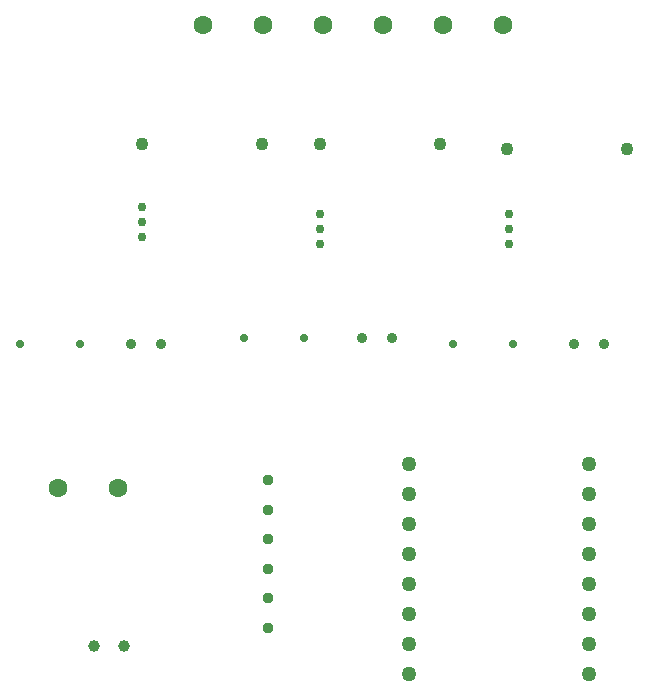
<source format=gbr>
%TF.GenerationSoftware,KiCad,Pcbnew,9.0.1-9.0.1-0~ubuntu24.04.1*%
%TF.CreationDate,2025-04-02T18:22:30+02:00*%
%TF.ProjectId,starter,73746172-7465-4722-9e6b-696361645f70,rev?*%
%TF.SameCoordinates,Original*%
%TF.FileFunction,Plated,1,2,PTH,Drill*%
%TF.FilePolarity,Positive*%
%FSLAX46Y46*%
G04 Gerber Fmt 4.6, Leading zero omitted, Abs format (unit mm)*
G04 Created by KiCad (PCBNEW 9.0.1-9.0.1-0~ubuntu24.04.1) date 2025-04-02 18:22:30*
%MOMM*%
%LPD*%
G01*
G04 APERTURE LIST*
%TA.AperFunction,ComponentDrill*%
%ADD10C,0.700000*%
%TD*%
%TA.AperFunction,ComponentDrill*%
%ADD11C,0.750000*%
%TD*%
%TA.AperFunction,ComponentDrill*%
%ADD12C,0.900000*%
%TD*%
%TA.AperFunction,ComponentDrill*%
%ADD13C,0.950000*%
%TD*%
%TA.AperFunction,ComponentDrill*%
%ADD14C,1.000000*%
%TD*%
%TA.AperFunction,ComponentDrill*%
%ADD15C,1.100000*%
%TD*%
%TA.AperFunction,ComponentDrill*%
%ADD16C,1.270000*%
%TD*%
%TA.AperFunction,ComponentDrill*%
%ADD17C,1.600000*%
%TD*%
G04 APERTURE END LIST*
D10*
%TO.C,R1*%
X85980000Y-84316250D03*
X91060000Y-84316250D03*
%TO.C,R2*%
X104980000Y-83816250D03*
X110060000Y-83816250D03*
%TO.C,R3*%
X122675000Y-84316250D03*
X127755000Y-84316250D03*
D11*
%TO.C,Q4*%
X96360000Y-72730000D03*
X96360000Y-74000000D03*
X96360000Y-75270000D03*
%TO.C,Q2*%
X111440000Y-73276250D03*
X111440000Y-74546250D03*
X111440000Y-75816250D03*
%TO.C,Q3*%
X127440000Y-73276250D03*
X127440000Y-74546250D03*
X127440000Y-75816250D03*
D12*
%TO.C,D1*%
X95440000Y-84316250D03*
X97980000Y-84316250D03*
%TO.C,D5*%
X114940000Y-83816250D03*
X117480000Y-83816250D03*
%TO.C,D6*%
X132900000Y-84316250D03*
X135440000Y-84316250D03*
D13*
%TO.C,J1*%
X107040000Y-95816250D03*
X107040000Y-98316250D03*
X107040000Y-100816250D03*
X107040000Y-103316250D03*
X107040000Y-105816250D03*
X107040000Y-108316250D03*
D14*
%TO.C,J4*%
X92290000Y-109841250D03*
X94790000Y-109841250D03*
D15*
%TO.C,D2*%
X96360000Y-67316250D03*
X106520000Y-67316250D03*
%TO.C,D3*%
X111440000Y-67316250D03*
X121600000Y-67316250D03*
%TO.C,D4*%
X127280000Y-67816250D03*
X137440000Y-67816250D03*
D16*
%TO.C,U1*%
X118920000Y-94436250D03*
X118920000Y-96976250D03*
X118920000Y-99516250D03*
X118920000Y-102056250D03*
X118920000Y-104596250D03*
X118920000Y-107136250D03*
X118920000Y-109676250D03*
X118920000Y-112216250D03*
X134160000Y-94436250D03*
X134160000Y-96976250D03*
X134160000Y-99516250D03*
X134160000Y-102056250D03*
X134160000Y-104596250D03*
X134160000Y-107136250D03*
X134160000Y-109676250D03*
X134160000Y-112216250D03*
D17*
%TO.C,J3*%
X89200000Y-96458750D03*
X94280000Y-96458750D03*
%TO.C,J2*%
X101540000Y-57316250D03*
X106620000Y-57316250D03*
X111700000Y-57316250D03*
X116780000Y-57316250D03*
X121860000Y-57316250D03*
X126940000Y-57316250D03*
M02*

</source>
